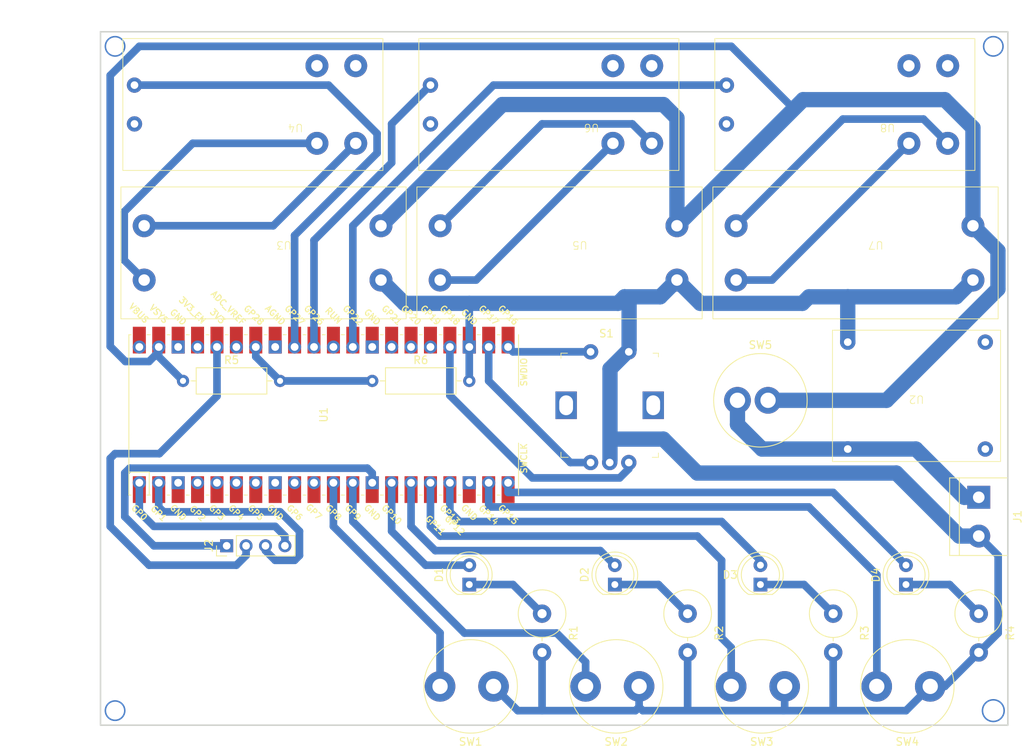
<source format=kicad_pcb>
(kicad_pcb (version 20221018) (generator pcbnew)
  (title_block (title "Drumkit") (date "2024-03-29") (rev "1.5") (comment 1 "https://git.xythobuz.de/thomas/drumkit") (comment 2 "Licensed under the CERN-OHL-S-2.0+") (comment 4 "Copyright (c) 2024 Kauzerei, Thomas Buck"))
  (layers (0 "F.Cu" signal) (31 "B.Cu" signal) (34 "B.Paste" user) (35 "F.Paste" user) (36 "B.SilkS" user "B.Silkscreen") (37 "F.SilkS" user "F.Silkscreen") (38 "B.Mask" user) (39 "F.Mask" user) (44 "Edge.Cuts" user))
  (net 0 "")
  (net 1 "Net-(D1-K)")
  (net 2 "Net-(D2-K)")
  (net 3 "Net-(D3-K)")
  (net 4 "Net-(D4-K)")
  (net 5 "Net-(D4-A)")
  (net 6 "Net-(J1-Pin_1)")
  (net 7 "+BATT")
  (net 8 "GND")
  (net 10 "Net-(S1-CH_A)")
  (net 11 "Net-(S1-CH_B)")
  (net 12 "Net-(J2-Pin_4)")
  (net 13 "Net-(J2-Pin_3)")
  (net 14 "+3V3")
  (net 15 "Net-(U1-GPIO27_ADC1)")
  (net 25 "Net-(U1-GPIO26_ADC0)")
  (net 27 "Net-(U1-GPIO22)")
  (net 30 "Net-(U1-GPIO28_ADC2)")
  (net 36 "Net-(U3-Out+)")
  (net 40 "Net-(U5-Out-)")
  (net 41 "Net-(U5-Out+)")
  (net 45 "Net-(U7-Out-)")
  (net 46 "Net-(U7-Out+)")
  (net 51 "Net-(U1-GPIO16)")
  (net 54 "Net-(D1-A)")
  (net 55 "Net-(D2-A)")
  (net 56 "Net-(D3-A)")
  (net 57 "Net-(U1-GPIO8)")
  (net 58 "Net-(U1-GPIO12)")
  (net 59 "Net-(U1-GPIO14)")
  (net 61 "Net-(U1-GPIO9)")
  (net 62 "Net-(J2-Pin_1)")
  (net 63 "Net-(U3-Out-)")
  (footprint "MCU_RaspberryPi_and_Boards:RPi_Pico_SMD_TH" (layer "F.Cu") (at 119.3 100.695 90)
    (fp_text reference "U1" (at 0 0 90) (layer "F.SilkS"))
    (fp_text value "Pico")
    (fp_text user "GP22" (at 13.054 3.81 135) (layer "F.SilkS") (effects (font (size 0.8 0.8))))
    (fp_text user "GND" (at -12.8 6.35 135) (layer "F.SilkS") (effects (font (size 0.8 0.8))))
    (fp_text user "GP15" (at -13.054 24.13 135) (layer "F.SilkS") (effects (font (size 0.8 0.8))))
    (fp_text user "GP9" (at -12.8 3.81 135) (layer "F.SilkS") (effects (font (size 0.8 0.8))))
    (fp_text user "GP28" (at 13.054 -9.144 135) (layer "F.SilkS") (effects (font (size 0.8 0.8))))
    (fp_text user "3V3_EN" (at 13.7 -17.2 135) (layer "F.SilkS") (effects (font (size 0.8 0.8))))
    (fp_text user "VSYS" (at 13.2 -21.59 135) (layer "F.SilkS") (effects (font (size 0.8 0.8))))
    (fp_text user "GND" (at 12.8 -19.05 135) (layer "F.SilkS") (effects (font (size 0.8 0.8))))
    (fp_text user "GP14" (at -13.1 21.59 135) (layer "F.SilkS") (effects (font (size 0.8 0.8))))
    (fp_text user "GP16" (at 13.054 24.13 135) (layer "F.SilkS") (effects (font (size 0.8 0.8))))
    (fp_text user "GND" (at -12.8 19.05 135) (layer "F.SilkS") (effects (font (size 0.8 0.8))))
    (fp_text user "AGND" (at 13.054 -6.35 135) (layer "F.SilkS") (effects (font (size 0.8 0.8))))
    (fp_text user "GP7" (at -12.7 -1.3 135) (layer "F.SilkS") (effects (font (size 0.8 0.8))))
    (fp_text user "GP0" (at -12.8 -24.13 135) (layer "F.SilkS") (effects (font (size 0.8 0.8))))
    (fp_text user "SWCLK" (at -5.7 26.2 90) (layer "F.SilkS") (effects (font (size 0.8 0.8))))
    (fp_text user "GP21" (at 13.054 8.9 135) (layer "F.SilkS") (effects (font (size 0.8 0.8))))
    (fp_text user "SWDIO" (at 5.6 26.2 90) (layer "F.SilkS") (effects (font (size 0.8 0.8))))
    (fp_text user "GND" (at -12.8 -6.35 135) (layer "F.SilkS") (effects (font (size 0.8 0.8))))
    (fp_text user "GP6" (at -12.8 -3.81 135) (layer "F.SilkS") (effects (font (size 0.8 0.8))))
    (fp_text user "GP17" (at 13.054 21.59 135) (layer "F.SilkS") (effects (font (size 0.8 0.8))))
    (fp_text user "GP18" (at 13.054 16.51 135) (layer "F.SilkS") (effects (font (size 0.8 0.8))))
    (fp_text user "GP12" (at -14.47 17.145 135) (layer "F.SilkS") (effects (font (size 0.8 0.8))))
    (fp_text user "GP20" (at 13.054 11.43 135) (layer "F.SilkS") (effects (font (size 0.8 0.8))))
    (fp_text user "GP11" (at -14.47 14.605 135) (layer "F.SilkS") (effects (font (size 0.8 0.8))))
    (fp_text user "GP10" (at -13.054 8.89 135) (layer "F.SilkS") (effects (font (size 0.8 0.8))))
    (fp_text user "ADC_VREF" (at 14 -12.5 135) (layer "F.SilkS") (effects (font (size 0.8 0.8))))
    (fp_text user "GP4" (at -12.8 -11.43 135) (layer "F.SilkS") (effects (font (size 0.8 0.8))))
    (fp_text user "GP13" (at -13.054 16.51 135) (layer "F.SilkS") (effects (font (size 0.8 0.8))))
    (fp_text user "GP19" (at 13.054 13.97 135) (layer "F.SilkS") (effects (font (size 0.8 0.8))))
    (fp_text user "GP5" (at -12.8 -8.89 135) (layer "F.SilkS") (effects (font (size 0.8 0.8))))
    (fp_text user "GP2" (at -12.9 -16.51 135) (layer "F.SilkS") (effects (font (size 0.8 0.8))))
    (fp_text user "GP3" (at -12.8 -13.97 135) (layer "F.SilkS") (effects (font (size 0.8 0.8))))
    (fp_text user "GP27" (at 13.054 -3.8 135) (layer "F.SilkS") (effects (font (size 0.8 0.8))))
    (fp_text user "GND" (at 12.8 6.35 135) (layer "F.SilkS") (effects (font (size 0.8 0.8))))
    (fp_text user "VBUS" (at 13.3 -24.2 135) (layer "F.SilkS") (effects (font (size 0.8 0.8))))
    (fp_text user "GND" (at 12.8 19.05 135) (layer "F.SilkS") (effects (font (size 0.8 0.8))))
    (fp_text user "GP26" (at 13.054 -1.27 135) (layer "F.SilkS") (effects (font (size 0.8 0.8))))
    (fp_text user "GND" (at -12.8 -19.05 135) (layer "F.SilkS") (effects (font (size 0.8 0.8))))
    (fp_text user "RUN" (at 13 1.27 135) (layer "F.SilkS") (effects (font (size 0.8 0.8))))
    (fp_text user "GP1" (at -12.9 -21.6 135) (layer "F.SilkS") (effects (font (size 0.8 0.8))))
    (fp_text user "GP8" (at -12.8 1.27 135) (layer "F.SilkS") (effects (font (size 0.8 0.8))))
    (fp_text user "3V3" (at 12.9 -13.9 135) (layer "F.SilkS") (effects (font (size 0.8 0.8))))
    (pad "" np_thru_hole oval (at -2.725 -24 90) (size 1.8 1.8) (drill 1.8) (layers "*.Cu" "*.Mask"))
    (pad "" np_thru_hole oval (at -2.425 -20.97 90) (size 1.5 1.5) (drill 1.5) (layers "*.Cu" "*.Mask"))
    (pad "" np_thru_hole oval (at 2.425 -20.97 90) (size 1.5 1.5) (drill 1.5) (layers "*.Cu" "*.Mask"))
    (pad "" np_thru_hole oval (at 2.725 -24 90) (size 1.8 1.8) (drill 1.8) (layers "*.Cu" "*.Mask"))
    (pad "1" thru_hole oval (at -8.89 -24.13 90) (size 1.7 1.7) (drill 1.02) (layers "*.Cu" "*.Mask") (net 12 "Net-(J2-Pin_4)"))
    (pad "1" smd rect (at -8.89 -24.13 90) (size 3.5 1.7) (drill (offset -0.9 0)) (layers "F.Cu" "F.Mask") (net 12 "Net-(J2-Pin_4)"))
    (pad "2" thru_hole oval (at -8.89 -21.59 90) (size 1.7 1.7) (drill 1.02) (layers "*.Cu" "*.Mask") (net 13 "Net-(J2-Pin_3)"))
    (pad "2" smd rect (at -8.89 -21.59 90) (size 3.5 1.7) (drill (offset -0.9 0)) (layers "F.Cu" "F.Mask") (net 13 "Net-(J2-Pin_3)"))
    (pad "3" thru_hole rect (at -8.89 -19.05 90) (size 1.7 1.7) (drill 1.02) (layers "*.Cu" "*.Mask"))
    (pad "3" smd rect (at -8.89 -19.05 90) (size 3.5 1.7) (drill (offset -0.9 0)) (layers "F.Cu" "F.Mask"))
    (pad "4" thru_hole oval (at -8.89 -16.51 90) (size 1.7 1.7) (drill 1.02) (layers "*.Cu" "*.Mask"))
    (pad "4" smd rect (at -8.89 -16.51 90) (size 3.5 1.7) (drill (offset -0.9 0)) (layers "F.Cu" "F.Mask"))
    (pad "5" thru_hole oval (at -8.89 -13.97 90) (size 1.7 1.7) (drill 1.02) (layers "*.Cu" "*.Mask"))
    (pad "5" smd rect (at -8.89 -13.97 90) (size 3.5 1.7) (drill (offset -0.9 0)) (layers "F.Cu" "F.Mask"))
    (pad "6" thru_hole oval (at -8.89 -11.43 90) (size 1.7 1.7) (drill 1.02) (layers "*.Cu" "*.Mask"))
    (pad "6" smd rect (at -8.89 -11.43 90) (size 3.5 1.7) (drill (offset -0.9 0)) (layers "F.Cu" "F.Mask"))
    (pad "7" thru_hole oval (at -8.89 -8.89 90) (size 1.7 1.7) (drill 1.02) (layers "*.Cu" "*.Mask"))
    (pad "7" smd rect (at -8.89 -8.89 90) (size 3.5 1.7) (drill (offset -0.9 0)) (layers "F.Cu" "F.Mask"))
    (pad "8" thru_hole rect (at -8.89 -6.35 90) (size 1.7 1.7) (drill 1.02) (layers "*.Cu" "*.Mask"))
    (pad "8" smd rect (at -8.89 -6.35 90) (size 3.5 1.7) (drill (offset -0.9 0)) (layers "F.Cu" "F.Mask"))
    (pad "9" thru_hole oval (at -8.89 -3.81 90) (size 1.7 1.7) (drill 1.02) (layers "*.Cu" "*.Mask"))
    (pad "9" smd rect (at -8.89 -3.81 90) (size 3.5 1.7) (drill (offset -0.9 0)) (layers "F.Cu" "F.Mask"))
    (pad "10" thru_hole oval (at -8.89 -1.27 90) (size 1.7 1.7) (drill 1.02) (layers "*.Cu" "*.Mask"))
    (pad "10" smd rect (at -8.89 -1.27 90) (size 3.5 1.7) (drill (offset -0.9 0)) (layers "F.Cu" "F.Mask"))
    (pad "11" thru_hole oval (at -8.89 1.27 90) (size 1.7 1.7) (drill 1.02) (layers "*.Cu" "*.Mask") (net 57 "Net-(U1-GPIO8)"))
    (pad "11" smd rect (at -8.89 1.27 90) (size 3.5 1.7) (drill (offset -0.9 0)) (layers "F.Cu" "F.Mask") (net 57 "Net-(U1-GPIO8)"))
    (pad "12" thru_hole oval (at -8.89 3.81 90) (size 1.7 1.7) (drill 1.02) (layers "*.Cu" "*.Mask") (net 61 "Net-(U1-GPIO9)"))
    (pad "12" smd rect (at -8.89 3.81 90) (size 3.5 1.7) (drill (offset -0.9 0)) (layers "F.Cu" "F.Mask") (net 61 "Net-(U1-GPIO9)"))
    (pad "13" thru_hole rect (at -8.89 6.35 90) (size 1.7 1.7) (drill 1.02) (layers "*.Cu" "*.Mask") (net 62 "Net-(J2-Pin_1)"))
    (pad "13" smd rect (at -8.89 6.35 90) (size 3.5 1.7) (drill (offset -0.9 0)) (layers "F.Cu" "F.Mask") (net 62 "Net-(J2-Pin_1)"))
    (pad "14" thru_hole oval (at -8.89 8.89 90) (size 1.7 1.7) (drill 1.02) (layers "*.Cu" "*.Mask") (net 54 "Net-(D1-A)"))
    (pad "14" smd rect (at -8.89 8.89 90) (size 3.5 1.7) (drill (offset -0.9 0)) (layers "F.Cu" "F.Mask") (net 54 "Net-(D1-A)"))
    (pad "15" thru_hole oval (at -8.89 11.43 90) (size 1.7 1.7) (drill 1.02) (layers "*.Cu" "*.Mask") (net 55 "Net-(D2-A)"))
    (pad "15" smd rect (at -8.89 11.43 90) (size 3.5 1.7) (drill (offset -0.9 0)) (layers "F.Cu" "F.Mask") (net 55 "Net-(D2-A)"))
    (pad "16" thru_hole oval (at -8.89 13.97 90) (size 1.7 1.7) (drill 1.02) (layers "*.Cu" "*.Mask") (net 58 "Net-(U1-GPIO12)"))
    (pad "16" smd rect (at -8.89 13.97 90) (size 3.5 1.7) (drill (offset -0.9 0)) (layers "F.Cu" "F.Mask") (net 58 "Net-(U1-GPIO12)"))
    (pad "17" thru_hole oval (at -8.89 16.51 90) (size 1.7 1.7) (drill 1.02) (layers "*.Cu" "*.Mask") (net 56 "Net-(D3-A)"))
    (pad "17" smd rect (at -8.89 16.51 90) (size 3.5 1.7) (drill (offset -0.9 0)) (layers "F.Cu" "F.Mask") (net 56 "Net-(D3-A)"))
    (pad "18" thru_hole rect (at -8.89 19.05 90) (size 1.7 1.7) (drill 1.02) (layers "*.Cu" "*.Mask"))
    (pad "18" smd rect (at -8.89 19.05 90) (size 3.5 1.7) (drill (offset -0.9 0)) (layers "F.Cu" "F.Mask"))
    (pad "19" thru_hole oval (at -8.89 21.59 90) (size 1.7 1.7) (drill 1.02) (layers "*.Cu" "*.Mask") (net 59 "Net-(U1-GPIO14)"))
    (pad "19" smd rect (at -8.89 21.59 90) (size 3.5 1.7) (drill (offset -0.9 0)) (layers "F.Cu" "F.Mask") (net 59 "Net-(U1-GPIO14)"))
    (pad "20" thru_hole oval (at -8.89 24.13 90) (size 1.7 1.7) (drill 1.02) (layers "*.Cu" "*.Mask") (net 5 "Net-(D4-A)"))
    (pad "20" smd rect (at -8.89 24.13 90) (size 3.5 1.7) (drill (offset -0.9 0)) (layers "F.Cu" "F.Mask") (net 5 "Net-(D4-A)"))
    (pad "21" thru_hole oval (at 8.89 24.13 90) (size 1.7 1.7) (drill 1.02) (layers "*.Cu" "*.Mask") (net 51 "Net-(U1-GPIO16)"))
    (pad "21" smd rect (at 8.89 24.13 90) (size 3.5 1.7) (drill (offset 0.9 0)) (layers "F.Cu" "F.Mask") (net 51 "Net-(U1-GPIO16)"))
    (pad "22" thru_hole oval (at 8.89 21.59 90) (size 1.7 1.7) (drill 1.02) (layers "*.Cu" "*.Mask") (net 10 "Net-(S1-CH_A)"))
    (pad "22" smd rect (at 8.89 21.59 90) (size 3.5 1.7) (drill (offset 0.9 0)) (layers "F.Cu" "F.Mask") (net 10 "Net-(S1-CH_A)"))
    (pad "23" thru_hole rect (at 8.89 19.05 90) (size 1.7 1.7) (drill 1.02) (layers "*.Cu" "*.Mask") (net 8 "GND"))
    (pad "23" smd rect (at 8.89 19.05 90) (size 3.5 1.7) (drill (offset 0.9 0)) (layers "F.Cu" "F.Mask") (net 8 "GND"))
    (pad "24" thru_hole oval (at 8.89 16.51 90) (size 1.7 1.7) (drill 1.02) (layers "*.Cu" "*.Mask") (net 11 "Net-(S1-CH_B)"))
    (pad "24" smd rect (at 8.89 16.51 90) (size 3.5 1.7) (drill (offset 0.9 0)) (layers "F.Cu" "F.Mask") (net 11 "Net-(S1-CH_B)"))
    (pad "25" thru_hole oval (at 8.89 13.97 90) (size 1.7 1.7) (drill 1.02) (layers "*.Cu" "*.Mask"))
    (pad "25" smd rect (at 8.89 13.97 90) (size 3.5 1.7) (drill (offset 0.9 0)) (layers "F.Cu" "F.Mask"))
    (pad "26" thru_hole oval (at 8.89 11.43 90) (size 1.7 1.7) (drill 1.02) (layers "*.Cu" "*.Mask"))
    (pad "26" smd rect (at 8.89 11.43 90) (size 3.5 1.7) (drill (offset 0.9 0)) (layers "F.Cu" "F.Mask"))
    (pad "27" thru_hole oval (at 8.89 8.89 90) (size 1.7 1.7) (drill 1.02) (layers "*.Cu" "*.Mask"))
    (pad "27" smd rect (at 8.89 8.89 90) (size 3.5 1.7) (drill (offset 0.9 0)) (layers "F.Cu" "F.Mask"))
    (pad "28" thru_hole rect (at 8.89 6.35 90) (size 1.7 1.7) (drill 1.02) (layers "*.Cu" "*.Mask"))
    (pad "28" smd rect (at 8.89 6.35 90) (size 3.5 1.7) (drill (offset 0.9 0)) (layers "F.Cu" "F.Mask"))
    (pad "29" thru_hole oval (at 8.89 3.81 90) (size 1.7 1.7) (drill 1.02) (layers "*.Cu" "*.Mask") (net 27 "Net-(U1-GPIO22)"))
    (pad "29" smd rect (at 8.89 3.81 90) (size 3.5 1.7) (drill (offset 0.9 0)) (layers "F.Cu" "F.Mask") (net 27 "Net-(U1-GPIO22)"))
    (pad "30" thru_hole oval (at 8.89 1.27 90) (size 1.7 1.7) (drill 1.02) (layers "*.Cu" "*.Mask"))
    (pad "30" smd rect (at 8.89 1.27 90) (size 3.5 1.7) (drill (offset 0.9 0)) (layers "F.Cu" "F.Mask"))
    (pad "31" thru_hole oval (at 8.89 -1.27 90) (size 1.7 1.7) (drill 1.02) (layers "*.Cu" "*.Mask") (net 25 "Net-(U1-GPIO26_ADC0)"))
    (pad "31" smd rect (at 8.89 -1.27 90) (size 3.5 1.7) (drill (offset 0.9 0)) (layers "F.Cu" "F.Mask") (net 25 "Net-(U1-GPIO26_ADC0)"))
    (pad "32" thru_hole oval (at 8.89 -3.81 90) (size 1.7 1.7) (drill 1.02) (layers "*.Cu" "*.Mask") (net 15 "Net-(U1-GPIO27_ADC1)"))
    (pad "32" smd rect (at 8.89 -3.81 90) (size 3.5 1.7) (drill (offset 0.9 0)) (layers "F.Cu" "F.Mask") (net 15 "Net-(U1-GPIO27_ADC1)"))
    (pad "33" thru_hole rect (at 8.89 -6.35 90) (size 1.7 1.7) (drill 1.02) (layers "*.Cu" "*.Mask"))
    (pad "33" smd rect (at 8.89 -6.35 90) (size 3.5 1.7) (drill (offset 0.9 0)) (layers "F.Cu" "F.Mask"))
    (pad "34" thru_hole oval (at 8.89 -8.89 90) (size 1.7 1.7) (drill 1.02) (layers "*.Cu" "*.Mask") (net 30 "Net-(U1-GPIO28_ADC2)"))
    (pad "34" smd rect (at 8.89 -8.89 90) (size 3.5 1.7) (drill (offset 0.9 0)) (layers "F.Cu" "F.Mask") (net 30 "Net-(U1-GPIO28_ADC2)"))
    (pad "35" thru_hole oval (at 8.89 -11.43 90) (size 1.7 1.7) (drill 1.02) (layers "*.Cu" "*.Mask"))
    (pad "35" smd rect (at 8.89 -11.43 90) (size 3.5 1.7) (drill (offset 0.9 0)) (layers "F.Cu" "F.Mask"))
    (pad "36" thru_hole oval (at 8.89 -13.97 90) (size 1.7 1.7) (drill 1.02) (layers "*.Cu" "*.Mask") (net 14 "+3V3"))
    (pad "36" smd rect (at 8.89 -13.97 90) (size 3.5 1.7) (drill (offset 0.9 0)) (layers "F.Cu" "F.Mask") (net 14 "+3V3"))
    (pad "37" thru_hole oval (at 8.89 -16.51 90) (size 1.7 1.7) (drill 1.02) (layers "*.Cu" "*.Mask"))
    (pad "37" smd rect (at 8.89 -16.51 90) (size 3.5 1.7) (drill (offset 0.9 0)) (layers "F.Cu" "F.Mask"))
    (pad "38" thru_hole rect (at 8.89 -19.05 90) (size 1.7 1.7) (drill 1.02) (layers "*.Cu" "*.Mask"))
    (pad "38" smd rect (at 8.89 -19.05 90) (size 3.5 1.7) (drill (offset 0.9 0)) (layers "F.Cu" "F.Mask"))
    (pad "39" thru_hole oval (at 8.89 -21.59 90) (size 1.7 1.7) (drill 1.02) (layers "*.Cu" "*.Mask") (net 7 "+BATT"))
    (pad "39" smd rect (at 8.89 -21.59 90) (size 3.5 1.7) (drill (offset 0.9 0)) (layers "F.Cu" "F.Mask") (net 7 "+BATT"))
    (pad "40" thru_hole oval (at 8.89 -24.13 90) (size 1.7 1.7) (drill 1.02) (layers "*.Cu" "*.Mask"))
    (pad "40" smd rect (at 8.89 -24.13 90) (size 3.5 1.7) (drill (offset 0.9 0)) (layers "F.Cu" "F.Mask"))
  )
  (footprint "LED_THT:LED_D5.0mm" (layer "F.Cu") (at 176.45 122.92 90)
    (fp_text reference "D3" (at 1.27 -3.96 180) (layer "F.SilkS"))
    (fp_text value "LED3")
    (pad "1" thru_hole rect (at 0 0 90) (size 1.8 1.8) (drill 0.9) (layers "*.Cu" "*.Mask") (net 3 "Net-(D3-K)"))
    (pad "2" thru_hole circle (at 2.54 0 90) (size 1.8 1.8) (drill 0.9) (layers "*.Cu" "*.Mask") (net 56 "Net-(D3-A)"))
  )
  (footprint "Inductor_THT:L_Radial_D12.0mm_P6.00mm_MuRATA_1900R" (layer "F.Cu") (at 160.575 136.255 180)
    (fp_text reference "SW2" (at 3 -7.25) (layer "F.SilkS"))
    (fp_text value "BUTTON2")
    (pad "1" thru_hole circle (at 0 0 180) (size 4 4) (drill 2) (layers "*.Cu" "*.Mask") (net 8 "GND"))
    (pad "2" thru_hole circle (at 7 0 180) (size 4 4) (drill 2) (layers "*.Cu" "*.Mask") (net 61 "Net-(U1-GPIO9)"))
  )
  (footprint "Resistor_THT:R_Axial_DIN0617_L17.0mm_D6.0mm_P5.08mm_Vertical" (layer "F.Cu") (at 205.025 126.73 -90)
    (fp_text reference "R4" (at 2.54 -4.12 90) (layer "F.SilkS"))
    (fp_text value "R")
    (pad "1" thru_hole circle (at 0 0 270) (size 2.4 2.4) (drill 1.2) (layers "*.Cu" "*.Mask") (net 4 "Net-(D4-K)"))
    (pad "2" thru_hole oval (at 5.08 0 270) (size 2.4 2.4) (drill 1.2) (layers "*.Cu" "*.Mask") (net 8 "GND"))
  )
  (footprint "Connector_PinHeader_2.54mm:PinHeader_1x04_P2.54mm_Vertical" (layer "F.Cu") (at 106.6 117.84 90)
    (fp_text reference "J2" (at 0 -2.33 90) (layer "F.SilkS"))
    (fp_text value "Conn_01x04_Female")
    (pad "1" thru_hole rect (at 0 0 90) (size 1.7 1.7) (drill 1) (layers "*.Cu" "*.Mask") (net 62 "Net-(J2-Pin_1)"))
    (pad "2" thru_hole oval (at 0 2.54 90) (size 1.7 1.7) (drill 1) (layers "*.Cu" "*.Mask") (net 14 "+3V3"))
    (pad "3" thru_hole oval (at 0 5.08 90) (size 1.7 1.7) (drill 1) (layers "*.Cu" "*.Mask") (net 13 "Net-(J2-Pin_3)"))
    (pad "4" thru_hole oval (at 0 7.62 90) (size 1.7 1.7) (drill 1) (layers "*.Cu" "*.Mask") (net 12 "Net-(J2-Pin_4)"))
  )
  (footprint "Resistor_THT:R_Axial_DIN0617_L17.0mm_D6.0mm_P5.08mm_Vertical" (layer "F.Cu") (at 147.875 126.73 -90)
    (fp_text reference "R1" (at 2.54 -4.12 90) (layer "F.SilkS"))
    (fp_text value "R")
    (pad "1" thru_hole circle (at 0 0 270) (size 2.4 2.4) (drill 1.2) (layers "*.Cu" "*.Mask") (net 1 "Net-(D1-K)"))
    (pad "2" thru_hole oval (at 5.08 0 270) (size 2.4 2.4) (drill 1.2) (layers "*.Cu" "*.Mask") (net 8 "GND"))
  )
  (footprint "chinese_modules:charger" (layer "F.Cu") (at 196.88 98.17 180)
    (fp_text reference "U2" (at 0 -0.5 180 unlocked) (layer "F.SilkS") (effects (font (thickness 0.1))))
    (fp_text value "~")
    (pad "1" thru_hole circle (at -9 -7 180) (size 2 2) (drill 1) (layers "*.Cu" "*.Mask"))
    (pad "2" thru_hole circle (at -9 7 180) (size 2 2) (drill 1) (layers "*.Cu" "*.Mask"))
    (pad "3" thru_hole circle (at 9 -7 180) (size 2 2) (drill 1) (layers "*.Cu" "*.Mask") (net 6 "Net-(J1-Pin_1)"))
    (pad "4" thru_hole circle (at 9 7 180) (size 2 2) (drill 1) (layers "*.Cu" "*.Mask") (net 8 "GND"))
  )
  (footprint "digikey-footprints:Rotary_Encoder_Switched_PEC11R" (layer "F.Cu") (at 151.025 99.44)
    (fp_text reference "S1" (at 5.275 -9.4) (layer "F.SilkS"))
    (fp_text value "ENCODER")
    (pad "1" thru_hole circle (at 3.2 -7) (size 2 2) (drill 1) (layers "*.Cu" "*.Mask") (net 51 "Net-(U1-GPIO16)"))
    (pad "2" thru_hole circle (at 8.2 -7) (size 2 2) (drill 1) (layers "*.Cu" "*.Mask") (net 8 "GND"))
    (pad "3" thru_hole rect (at 0 0) (size 2.8 3.6) (drill oval 1.8 2.6) (layers "*.Cu" "*.Mask"))
    (pad "3" thru_hole rect (at 11.4 0) (size 2.8 3.6) (drill oval 1.8 2.6) (layers "*.Cu" "*.Mask"))
    (pad "A" thru_hole circle (at 3.2 7.5) (size 2 2) (drill 1) (layers "*.Cu" "*.Mask") (net 10 "Net-(S1-CH_A)"))
    (pad "B" thru_hole circle (at 8.2 7.5) (size 2 2) (drill 1) (layers "*.Cu" "*.Mask") (net 11 "Net-(S1-CH_B)"))
    (pad "C" thru_hole circle (at 5.7 7.5) (size 2 2) (drill 1) (layers "*.Cu" "*.Mask") (net 8 "GND"))
  )
  (footprint "chinese_modules:dc-dc module" (layer "F.Cu") (at 191.563 77.962 180)
    (fp_text reference "U7" (at 0 -0.5 180 unlocked) (layer "F.SilkS") (effects (font (thickness 0.1))))
    (fp_text value "~")
    (pad "1" thru_hole circle (at -12.7 -5.08 180) (size 3 3) (drill 1.5) (layers "*.Cu" "*.Mask") (net 8 "GND"))
    (pad "2" thru_hole circle (at -12.7 2.032 180) (size 3 3) (drill 1.5) (layers "*.Cu" "*.Mask") (net 7 "+BATT"))
    (pad "3" thru_hole circle (at 18.288 -5.08 180) (size 3 3) (drill 1.5) (layers "*.Cu" "*.Mask") (net 45 "Net-(U7-Out-)"))
    (pad "4" thru_hole circle (at 18.288 2.032 180) (size 3 3) (drill 1.5) (layers "*.Cu" "*.Mask") (net 46 "Net-(U7-Out+)"))
  )
  (footprint "Inductor_THT:L_Radial_D12.0mm_P6.00mm_MuRATA_1900R" (layer "F.Cu") (at 173.45 98.79)
    (fp_text reference "SW5" (at 3 -7.25) (layer "F.SilkS"))
    (fp_text value "POWER_SW")
    (pad "1" thru_hole circle (at 0 0) (size 3.5 3.5) (drill 2) (layers "*.Cu" "*.Mask") (net 6 "Net-(J1-Pin_1)"))
    (pad "2" thru_hole circle (at 4 0) (size 3.5 3.5) (drill 2) (layers "*.Cu" "*.Mask") (net 7 "+BATT"))
  )
  (footprint "chinese_modules:xy-mos" (layer "F.Cu") (at 204.517 51.419 180)
    (fp_text reference "U8" (at 11.43 -11.676 180 unlocked) (layer "F.SilkS") (effects (font (thickness 0.1))))
    (fp_text value "~")
    (pad "1" thru_hole circle (at 3.556 -13.716 180) (size 3 3) (drill 1.5) (layers "*.Cu" "*.Mask") (net 46 "Net-(U7-Out+)"))
    (pad "2" thru_hole circle (at 8.636 -13.716 180) (size 3 3) (drill 1.5) (layers "*.Cu" "*.Mask") (net 45 "Net-(U7-Out-)"))
    (pad "3" thru_hole circle (at 3.556 -3.556 180) (size 3 3) (drill 1.5) (layers "*.Cu" "*.Mask"))
    (pad "4" thru_hole circle (at 8.636 -3.556 180) (size 3 3) (drill 1.5) (layers "*.Cu" "*.Mask"))
    (pad "5" thru_hole circle (at 32.512 -11.176 180) (size 2 2) (drill 1) (layers "*.Cu" "*.Mask"))
    (pad "6" thru_hole circle (at 32.512 -6.096 180) (size 2 2) (drill 1) (layers "*.Cu" "*.Mask") (net 27 "Net-(U1-GPIO22)"))
  )
  (footprint "TerminalBlock:TerminalBlock_bornier-2_P5.08mm" (layer "F.Cu") (at 205.025 111.49 -90)
    (fp_text reference "J1" (at 2.54 -5.08 90) (layer "F.SilkS"))
    (fp_text value "BATTERY")
    (pad "1" thru_hole rect (at 0 0 270) (size 3 3) (drill 1.52) (layers "*.Cu" "*.Mask") (net 6 "Net-(J1-Pin_1)"))
    (pad "2" thru_hole circle (at 5.08 0 270) (size 3 3) (drill 1.52) (layers "*.Cu" "*.Mask") (net 8 "GND"))
  )
  (footprint "chinese_modules:xy-mos" (layer "F.Cu") (at 165.782 51.419 180)
    (fp_text reference "U6" (at 11.43 -11.676 180 unlocked) (layer "F.SilkS") (effects (font (thickness 0.1))))
    (fp_text value "~")
    (pad "1" thru_hole circle (at 3.556 -13.716 180) (size 3 3) (drill 1.5) (layers "*.Cu" "*.Mask") (net 41 "Net-(U5-Out+)"))
    (pad "2" thru_hole circle (at 8.636 -13.716 180) (size 3 3) (drill 1.5) (layers "*.Cu" "*.Mask") (net 40 "Net-(U5-Out-)"))
    (pad "3" thru_hole circle (at 3.556 -3.556 180) (size 3 3) (drill 1.5) (layers "*.Cu" "*.Mask"))
    (pad "4" thru_hole circle (at 8.636 -3.556 180) (size 3 3) (drill 1.5) (layers "*.Cu" "*.Mask"))
    (pad "5" thru_hole circle (at 32.512 -11.176 180) (size 2 2) (drill 1) (layers "*.Cu" "*.Mask"))
    (pad "6" thru_hole circle (at 32.512 -6.096 180) (size 2 2) (drill 1) (layers "*.Cu" "*.Mask") (net 25 "Net-(U1-GPIO26_ADC0)"))
  )
  (footprint "Inductor_THT:L_Radial_D12.0mm_P6.00mm_MuRATA_1900R" (layer "F.Cu") (at 141.525 136.255 180)
    (fp_text reference "SW1" (at 3 -7.25) (layer "F.SilkS"))
    (fp_text value "BUTTON1")
    (pad "1" thru_hole circle (at 0 0 180) (size 4 4) (drill 2) (layers "*.Cu" "*.Mask") (net 8 "GND"))
    (pad "2" thru_hole circle (at 7 0 180) (size 4 4) (drill 2) (layers "*.Cu" "*.Mask") (net 57 "Net-(U1-GPIO8)"))
  )
  (footprint "LED_THT:LED_D5.0mm" (layer "F.Cu") (at 138.35 122.92 90)
    (fp_text reference "D1" (at 1.27 -3.96 90) (layer "F.SilkS"))
    (fp_text value "LED1")
    (pad "1" thru_hole rect (at 0 0 90) (size 1.8 1.8) (drill 0.9) (layers "*.Cu" "*.Mask") (net 1 "Net-(D1-K)"))
    (pad "2" thru_hole circle (at 2.54 0 90) (size 1.8 1.8) (drill 0.9) (layers "*.Cu" "*.Mask") (net 54 "Net-(D1-A)"))
  )
  (footprint "LED_THT:LED_D5.0mm" (layer "F.Cu") (at 195.5 122.92 90)
    (fp_text reference "D4" (at 1.27 -3.96 90) (layer "F.SilkS"))
    (fp_text value "LED4")
    (pad "1" thru_hole rect (at 0 0 90) (size 1.8 1.8) (drill 0.9) (layers "*.Cu" "*.Mask") (net 4 "Net-(D4-K)"))
    (pad "2" thru_hole circle (at 2.54 0 90) (size 1.8 1.8) (drill 0.9) (layers "*.Cu" "*.Mask") (net 5 "Net-(D4-A)"))
  )
  (footprint "Resistor_THT:R_Axial_DIN0617_L17.0mm_D6.0mm_P5.08mm_Vertical" (layer "F.Cu") (at 185.975 126.73 -90)
    (fp_text reference "R3" (at 2.54 -4.12 90) (layer "F.SilkS"))
    (fp_text value "R")
    (pad "1" thru_hole circle (at 0 0 270) (size 2.4 2.4) (drill 1.2) (layers "*.Cu" "*.Mask") (net 3 "Net-(D3-K)"))
    (pad "2" thru_hole oval (at 5.08 0 270) (size 2.4 2.4) (drill 1.2) (layers "*.Cu" "*.Mask") (net 8 "GND"))
  )
  (footprint "Resistor_THT:R_Axial_DIN0309_L9.0mm_D3.2mm_P12.70mm_Horizontal" (layer "F.Cu") (at 125.65 96.25)
    (fp_text reference "R6" (at 6.35 -2.72) (layer "F.SilkS"))
    (fp_text value "R")
    (pad "1" thru_hole circle (at 0 0) (size 1.6 1.6) (drill 0.8) (layers "*.Cu" "*.Mask") (net 30 "Net-(U1-GPIO28_ADC2)"))
    (pad "2" thru_hole oval (at 12.7 0) (size 1.6 1.6) (drill 0.8) (layers "*.Cu" "*.Mask") (net 8 "GND"))
  )
  (footprint "LED_THT:LED_D5.0mm" (layer "F.Cu") (at 157.4 122.92 90)
    (fp_text reference "D2" (at 1.27 -3.96 90) (layer "F.SilkS"))
    (fp_text value "LED2")
    (pad "1" thru_hole rect (at 0 0 90) (size 1.8 1.8) (drill 0.9) (layers "*.Cu" "*.Mask") (net 2 "Net-(D2-K)"))
    (pad "2" thru_hole circle (at 2.54 0 90) (size 1.8 1.8) (drill 0.9) (layers "*.Cu" "*.Mask") (net 55 "Net-(D2-A)"))
  )
  (footprint "Inductor_THT:L_Radial_D12.0mm_P6.00mm_MuRATA_1900R" (layer "F.Cu") (at 179.625 136.255 180)
    (fp_text reference "SW3" (at 3 -7.25) (layer "F.SilkS"))
    (fp_text value "BUTTON3")
    (pad "1" thru_hole circle (at 0 0 180) (size 4 4) (drill 2) (layers "*.Cu" "*.Mask") (net 8 "GND"))
    (pad "2" thru_hole circle (at 7 0 180) (size 4 4) (drill 2) (layers "*.Cu" "*.Mask") (net 58 "Net-(U1-GPIO12)"))
  )
  (footprint "Resistor_THT:R_Axial_DIN0617_L17.0mm_D6.0mm_P5.08mm_Vertical" (layer "F.Cu") (at 166.925 126.73 -90)
    (fp_text reference "R2" (at 2.54 -4.12 90) (layer "F.SilkS"))
    (fp_text value "R")
    (pad "1" thru_hole circle (at 0 0 270) (size 2.4 2.4) (drill 1.2) (layers "*.Cu" "*.Mask") (net 2 "Net-(D2-K)"))
    (pad "2" thru_hole oval (at 5.08 0 270) (size 2.4 2.4) (drill 1.2) (layers "*.Cu" "*.Mask") (net 8 "GND"))
  )
  (footprint "chinese_modules:dc-dc module" (layer "F.Cu") (at 152.828 77.962 180)
    (fp_text reference "U5" (at 0 -0.5 180 unlocked) (layer "F.SilkS") (effects (font (thickness 0.1))))
    (fp_text value "~")
    (pad "1" thru_hole circle (at -12.7 -5.08 180) (size 3 3) (drill 1.5) (layers "*.Cu" "*.Mask") (net 8 "GND"))
    (pad "2" thru_hole circle (at -12.7 2.032 180) (size 3 3) (drill 1.5) (layers "*.Cu" "*.Mask") (net 7 "+BATT"))
    (pad "3" thru_hole circle (at 18.288 -5.08 180) (size 3 3) (drill 1.5) (layers "*.Cu" "*.Mask") (net 40 "Net-(U5-Out-)"))
    (pad "4" thru_hole circle (at 18.288 2.032 180) (size 3 3) (drill 1.5) (layers "*.Cu" "*.Mask") (net 41 "Net-(U5-Out+)"))
  )
  (footprint "chinese_modules:xy-mos" (layer "F.Cu") (at 127.047 51.419 180)
    (fp_text reference "U4" (at 11.43 -11.676 180 unlocked) (layer "F.SilkS") (effects (font (thickness 0.1))))
    (fp_text value "~")
    (pad "1" thru_hole circle (at 3.556 -13.716 180) (size 3 3) (drill 1.5) (layers "*.Cu" "*.Mask") (net 36 "Net-(U3-Out+)"))
    (pad "2" thru_hole circle (at 8.636 -13.716 180) (size 3 3) (drill 1.5) (layers "*.Cu" "*.Mask") (net 63 "Net-(U3-Out-)"))
    (pad "3" thru_hole circle (at 3.556 -3.556 180) (size 3 3) (drill 1.5) (layers "*.Cu" "*.Mask"))
    (pad "4" thru_hole circle (at 8.636 -3.556 180) (size 3 3) (drill 1.5) (layers "*.Cu" "*.Mask"))
    (pad "5" thru_hole circle (at 32.512 -11.176 180) (size 2 2) (drill 1) (layers "*.Cu" "*.Mask"))
    (pad "6" thru_hole circle (at 32.512 -6.096 180) (size 2 2) (drill 1) (layers "*.Cu" "*.Mask") (net 15 "Net-(U1-GPIO27_ADC1)"))
  )
  (footprint "Inductor_THT:L_Radial_D12.0mm_P6.00mm_MuRATA_1900R" (layer "F.Cu") (at 198.675 136.255 180)
    (fp_text reference "SW4" (at 3 -7.25) (layer "F.SilkS"))
    (fp_text value "BUTTON4")
    (pad "1" thru_hole circle (at 0 0 180) (size 4 4) (drill 2) (layers "*.Cu" "*.Mask") (net 8 "GND"))
    (pad "2" thru_hole circle (at 7 0 180) (size 4 4) (drill 2) (layers "*.Cu" "*.Mask") (net 59 "Net-(U1-GPIO14)"))
  )
  (footprint "Resistor_THT:R_Axial_DIN0309_L9.0mm_D3.2mm_P12.70mm_Horizontal" (layer "F.Cu") (at 100.885 96.25)
    (fp_text reference "R5" (at 6.35 -2.72) (layer "F.SilkS"))
    (fp_text value "R")
    (pad "1" thru_hole circle (at 0 0) (size 1.6 1.6) (drill 0.8) (layers "*.Cu" "*.Mask") (net 7 "+BATT"))
    (pad "2" thru_hole oval (at 12.7 0) (size 1.6 1.6) (drill 0.8) (layers "*.Cu" "*.Mask") (net 30 "Net-(U1-GPIO28_ADC2)"))
  )
  (footprint "chinese_modules:dc-dc module" (layer "F.Cu") (at 114.093 77.962 180)
    (fp_text reference "U3" (at 0 -0.5 180 unlocked) (layer "F.SilkS") (effects (font (thickness 0.1))))
    (fp_text value "~")
    (pad "1" thru_hole circle (at -12.7 -5.08 180) (size 3 3) (drill 1.5) (layers "*.Cu" "*.Mask") (net 8 "GND"))
    (pad "2" thru_hole circle (at -12.7 2.032 180) (size 3 3) (drill 1.5) (layers "*.Cu" "*.Mask") (net 7 "+BATT"))
    (pad "3" thru_hole circle (at 18.288 -5.08 180) (size 3 3) (drill 1.5) (layers "*.Cu" "*.Mask") (net 63 "Net-(U3-Out-)"))
    (pad "4" thru_hole circle (at 18.288 2.032 180) (size 3 3) (drill 1.5) (layers "*.Cu" "*.Mask") (net 36 "Net-(U3-Out+)"))
  )
  (gr_circle (center 91.995 139.43) (end 93.265 139.43) (stroke (width 0.2)) (fill none) (layer "B.Cu"))
  (gr_circle (center 206.93 52.435) (end 208.2 52.435) (stroke (width 0.2)) (fill none) (layer "B.Cu"))
  (gr_circle (center 206.93 139.43) (end 208.2 138.795) (stroke (width 0.2)) (fill none) (layer "B.Cu"))
  (gr_circle (center 91.995 52.435) (end 93.265 52.435) (stroke (width 0.2)) (fill none) (layer "B.Cu"))
  (gr_rect (start 90.09 50.53) (end 208.835 141.335) (stroke (width 0.2)) (fill none) (layer "Edge.Cuts"))
  (segment (start 144.065 122.92) (end 147.875 126.73) (width 1) (layer "B.Cu") (net 1))
  (segment (start 138.35 122.92) (end 144.065 122.92) (width 1) (layer "B.Cu") (net 1))
  (segment (start 163.115 122.92) (end 166.925 126.73) (width 1) (layer "B.Cu") (net 2))
  (segment (start 157.4 122.92) (end 163.115 122.92) (width 1) (layer "B.Cu") (net 2))
  (segment (start 182.165 122.92) (end 185.975 126.73) (width 1) (layer "B.Cu") (net 3))
  (segment (start 176.45 122.92) (end 182.165 122.92) (width 1) (layer "B.Cu") (net 3))
  (segment (start 195.5 122.92) (end 201.215 122.92) (width 1) (layer "B.Cu") (net 4))
  (segment (start 201.215 122.92) (end 205.025 126.73) (width 1) (layer "B.Cu") (net 4))
  (segment (start 143.43 110.855) (end 143.43 109.585) (width 1) (layer "B.Cu") (net 5))
  (segment (start 195.5 120.38) (end 185.975 110.855) (width 1) (layer "B.Cu") (net 5))
  (segment (start 185.975 110.855) (end 143.43 110.855) (width 1) (layer "B.Cu") (net 5))
  (segment (start 173.45 98.79) (end 173.45 101.965) (width 2) (layer "B.Cu") (net 6))
  (segment (start 187.88 105.17) (end 196.8 105.17) (width 2) (layer "B.Cu") (net 6))
  (segment (start 176.655 105.17) (end 173.45 101.965) (width 2) (layer "B.Cu") (net 6))
  (segment (start 196.8 105.17) (end 203.12 111.49) (width 2) (layer "B.Cu") (net 6))
  (segment (start 187.88 105.17) (end 176.655 105.17) (width 2) (layer "B.Cu") (net 6))
  (segment (start 203.12 111.49) (end 205.025 111.49) (width 2) (layer "B.Cu") (net 6))
  (segment (start 204.263 63.103) (end 204.263 75.93) (width 2) (layer "B.Cu") (net 7))
  (segment (start 91.36 56.245) (end 95.17 52.435) (width 1) (layer "B.Cu") (net 7))
  (segment (start 91.36 91.720688) (end 91.36 56.245) (width 1) (layer "B.Cu") (net 7))
  (segment (start 126.793 75.93) (end 142.668 60.055) (width 2) (layer "B.Cu") (net 7))
  (segment (start 93.349312 93.71) (end 91.36 91.720688) (width 1) (layer "B.Cu") (net 7))
  (segment (start 165.528 61.833) (end 165.528 75.93) (width 2) (layer "B.Cu") (net 7))
  (segment (start 97.71 91.805) (end 97.71 92.44) (width 1) (layer "B.Cu") (net 7))
  (segment (start 182.038 59.42) (end 200.58 59.42) (width 2) (layer "B.Cu") (net 7))
  (segment (start 200.58 59.42) (end 204.263 63.103) (width 2) (layer "B.Cu") (net 7))
  (segment (start 163.75 60.055) (end 165.528 61.833) (width 2) (layer "B.Cu") (net 7))
  (segment (start 97.71 91.805) (end 97.71 93.075) (width 1) (layer "B.Cu") (net 7))
  (segment (start 204.263 75.93) (end 207.535 79.202) (width 2) (layer "B.Cu") (net 7))
  (segment (start 96.44 93.71) (end 93.349312 93.71) (width 1) (layer "B.Cu") (net 7))
  (segment (start 192.96 98.79) (end 177.45 98.79) (width 2) (layer "B.Cu") (net 7))
  (segment (start 95.17 52.435) (end 172.64 52.435) (width 1) (layer "B.Cu") (net 7))
  (segment (start 142.668 60.055) (end 163.75 60.055) (width 2) (layer "B.Cu") (net 7))
  (segment (start 207.535 84.215) (end 192.96 98.79) (width 2) (layer "B.Cu") (net 7))
  (segment (start 97.71 93.075) (end 100.885 96.25) (width 1) (layer "B.Cu") (net 7))
  (segment (start 172.64 52.435) (end 180.895 60.69) (width 1) (layer "B.Cu") (net 7))
  (segment (start 165.528 75.93) (end 182.038 59.42) (width 2) (layer "B.Cu") (net 7))
  (segment (start 207.535 79.202) (end 207.535 84.215) (width 2) (layer "B.Cu") (net 7))
  (segment (start 97.71 92.44) (end 96.44 93.71) (width 1) (layer "B.Cu") (net 7))
  (segment (start 168.195 108.315) (end 194.23 108.315) (width 2) (layer "B.Cu") (net 8))
  (segment (start 159.265 92.175) (end 156.765 94.675) (width 2) (layer "B.Cu") (net 8))
  (segment (start 138.35 96.25) (end 138.35 91.805) (width 1) (layer "B.Cu") (net 8))
  (segment (start 207.565 119.11) (end 207.565 129.27) (width 1) (layer "B.Cu") (net 8))
  (segment (start 200.58 136.255) (end 205.025 131.81) (width 1) (layer "B.Cu") (net 8))
  (segment (start 159.265 92.175) (end 159.265 85.831877) (width 2) (layer "B.Cu") (net 8))
  (segment (start 179.625 136.255) (end 179.625 139.27) (width 1) (layer "B.Cu") (net 8))
  (segment (start 147.875 139.43) (end 147.875 131.81) (width 1) (layer "B.Cu") (net 8))
  (segment (start 181.946877 86.09) (end 182.8 85.236877) (width 2) (layer "B.Cu") (net 8))
  (segment (start 160.575 138.955) (end 161.05 139.43) (width 1) (layer "B.Cu") (net 8))
  (segment (start 165.528 83.042) (end 168.576 86.09) (width 2) (layer "B.Cu") (net 8))
  (segment (start 157.816877 86.09) (end 158.67 85.236877) (width 2) (layer "B.Cu") (net 8))
  (segment (start 161.05 139.43) (end 179.465 139.43) (width 1) (layer "B.Cu") (net 8))
  (segment (start 158.67 85.236877) (end 163.333123 85.236877) (width 2) (layer "B.Cu") (net 8))
  (segment (start 163.75 103.87) (end 168.195 108.315) (width 2) (layer "B.Cu") (net 8))
  (segment (start 160.575 136.255) (end 160.575 138.955) (width 1) (layer "B.Cu") (net 8))
  (segment (start 207.565 129.27) (end 205.025 131.81) (width 1) (layer "B.Cu") (net 8))
  (segment (start 141.525 136.255) (end 144.7 139.43) (width 1) (layer "B.Cu") (net 8))
  (segment (start 195.5 139.43) (end 198.675 136.255) (width 1) (layer "B.Cu") (net 8))
  (segment (start 156.725 106.94) (end 156.725 104.545) (width 1) (layer "B.Cu") (net 8))
  (segment (start 182.8 85.236877) (end 187.88 85.236877) (width 2) (layer "B.Cu") (net 8))
  (segment (start 126.793 83.042) (end 129.841 86.09) (width 2) (layer "B.Cu") (net 8))
  (segment (start 205.025 116.57) (end 207.565 119.11) (width 1) (layer "B.Cu") (net 8))
  (segment (start 159.265 85.831877) (end 158.67 85.236877) (width 2) (layer "B.Cu") (net 8))
  (segment (start 156.725 104.545) (end 157.4 103.87) (width 1) (layer "B.Cu") (net 8))
  (segment (start 194.23 108.315) (end 202.485 116.57) (width 2) (layer "B.Cu") (net 8))
  (segment (start 138.35 86.09) (end 157.816877 86.09) (width 2) (layer "B.Cu") (net 8))
  (segment (start 138.35 91.805) (end 138.35 86.09) (width 1) (layer "B.Cu") (net 8))
  (segment (start 166.925 131.81) (end 166.925 138.955) (width 1) (layer "B.Cu") (net 8))
  (segment (start 202.485 116.57) (end 205.025 116.57) (width 2) (layer "B.Cu") (net 8))
  (segment (start 179.625 139.27) (end 179.465 139.43) (width 1) (layer "B.Cu") (net 8))
  (segment (start 187.88 85.236877) (end 187.88 91.17) (width 2) (layer "B.Cu") (net 8))
  (segment (start 129.841 86.09) (end 138.35 86.09) (width 2) (layer "B.Cu") (net 8))
  (segment (start 157.4 103.87) (end 163.75 103.87) (width 2) (layer "B.Cu") (net 8))
  (segment (start 156.765 94.675) (end 156.765 106.675) (width 2) (layer "B.Cu") (net 8))
  (segment (start 187.88 85.236877) (end 202.068123 85.236877) (width 2) (layer "B.Cu") (net 8))
  (segment (start 179.465 139.43) (end 195.5 139.43) (width 1) (layer "B.Cu") (net 8))
  (segment (start 144.7 139.43) (end 160.1 139.43) (width 1) (layer "B.Cu") (net 8))
  (segment (start 202.068123 85.236877) (end 204.263 83.042) (width 2) (layer "B.Cu") (net 8))
  (segment (start 160.1 139.43) (end 160.575 138.955) (width 1) (layer "B.Cu") (net 8))
  (segment (start 163.333123 85.236877) (end 165.528 83.042) (width 2) (layer "B.Cu") (net 8))
  (segment (start 168.576 86.09) (end 181.946877 86.09) (width 2) (layer "B.Cu") (net 8))
  (segment (start 185.975 131.81) (end 185.975 138.955) (width 1) (layer "B.Cu") (net 8))
  (segment (start 198.675 136.255) (end 200.58 136.255) (width 1) (layer "B.Cu") (net 8))
  (segment (start 151.58 106.94) (end 154.225 106.94) (width 1) (layer "B.Cu") (net 10))
  (segment (start 140.89 96.25) (end 151.58 106.94) (width 1) (layer "B.Cu") (net 10))
  (segment (start 140.89 91.805) (end 140.89 96.25) (width 1) (layer "B.Cu") (net 10))
  (segment (start 146.605 108.95) (end 158.035 108.95) (width 1) (layer "B.Cu") (net 11))
  (segment (start 135.81 98.155) (end 146.605 108.95) (width 1) (layer "B.Cu") (net 11))
  (segment (start 135.81 91.805) (end 135.81 98.155) (width 1) (layer "B.Cu") (net 11))
  (segment (start 158.035 108.95) (end 159.225 107.76) (width 1) (layer "B.Cu") (net 11))
  (segment (start 159.225 107.76) (end 159.225 106.94) (width 1) (layer "B.Cu") (net 11))
  (segment (start 112.95 115.3) (end 114.22 116.57) (width 1) (layer "B.Cu") (net 12))
  (segment (start 114.22 116.57) (end 114.22 117.84) (width 1) (layer "B.Cu") (net 12))
  (segment (start 95.17 109.585) (end 95.17 113.395) (width 1) (layer "B.Cu") (net 12))
  (segment (start 97.075 115.3) (end 112.95 115.3) (width 1) (layer "B.Cu") (net 12))
  (segment (start 95.17 113.395) (end 97.075 115.3) (width 1) (layer "B.Cu") (net 12))
  (segment (start 116.125 115.935) (end 113.585 113.395) (width 1) (layer "B.Cu") (net 13))
  (segment (start 113.585 113.395) (end 98.345 113.395) (width 1) (layer "B.Cu") (net 13))
  (segment (start 116.125 119.11) (end 116.125 115.935) (width 1) (layer "B.Cu") (net 13))
  (segment (start 111.68 117.84) (end 111.68 118.475) (width 1) (layer "B.Cu") (net 13))
  (segment (start 111.68 118.475) (end 112.95 119.745) (width 1) (layer "B.Cu") (net 13))
  (segment (start 115.49 119.745) (end 116.125 119.11) (width 1) (layer "B.Cu") (net 13))
  (segment (start 97.71 112.76) (end 97.71 109.585) (width 1) (layer "B.Cu") (net 13))
  (segment (start 98.345 113.395) (end 97.71 112.76) (width 1) (layer "B.Cu") (net 13))
  (segment (start 112.95 119.745) (end 115.49 119.745) (width 1) (layer "B.Cu") (net 13))
  (segment (start 91.36 115.3) (end 91.36 106.41) (width 1) (layer "B.Cu") (net 14))
  (segment (start 97.79632 105.775) (end 105.33 98.24132) (width 1) (layer "B.Cu") (net 14))
  (segment (start 96.44 120.38) (end 91.36 115.3) (width 1) (layer "B.Cu") (net 14))
  (segment (start 109.14 117.84) (end 109.14 119.11) (width 1) (layer "B.Cu") (net 14))
  (segment (start 109.14 119.11) (end 107.87 120.38) (width 1) (layer "B.Cu") (net 14))
  (segment (start 105.33 98.24132) (end 105.33 91.805) (width 1) (layer "B.Cu") (net 14))
  (segment (start 107.87 120.38) (end 96.44 120.38) (width 1) (layer "B.Cu") (net 14))
  (segment (start 91.995 105.775) (end 97.79632 105.775) (width 1) (layer "B.Cu") (net 14))
  (segment (start 91.36 106.41) (end 91.995 105.775) (width 1) (layer "B.Cu") (net 14))
  (segment (start 126.285 63.865) (end 126.285 66.405) (width 1) (layer "B.Cu") (net 15))
  (segment (start 119.935 57.515) (end 126.285 63.865) (width 1) (layer "B.Cu") (net 15))
  (segment (start 126.285 66.405) (end 115.49 77.2) (width 1) (layer "B.Cu") (net 15))
  (segment (start 94.535 57.515) (end 119.935 57.515) (width 1) (layer "B.Cu") (net 15))
  (segment (start 115.49 77.2) (end 115.49 91.805) (width 1) (layer "B.Cu") (net 15))
  (segment (start 118.03 77.835) (end 128.19 67.675) (width 1) (layer "B.Cu") (net 25))
  (segment (start 128.19 67.675) (end 128.19 62.595) (width 1) (layer "B.Cu") (net 25))
  (segment (start 118.03 91.805) (end 118.03 77.835) (width 1) (layer "B.Cu") (net 25))
  (segment (start 128.19 62.595) (end 133.27 57.515) (width 1) (layer "B.Cu") (net 25))
  (segment (start 172.005 57.515) (end 141.525 57.515) (width 1) (layer "B.Cu") (net 27))
  (segment (start 123.11 75.93) (end 123.11 91.805) (width 1) (layer "B.Cu") (net 27))
  (segment (start 141.525 57.515) (end 123.11 75.93) (width 1) (layer "B.Cu") (net 27))
  (segment (start 113.585 96.25) (end 110.41 93.075) (width 1) (layer "B.Cu") (net 30))
  (segment (start 113.585 96.25) (end 125.65 96.25) (width 1) (layer "B.Cu") (net 30))
  (segment (start 110.41 93.075) (end 110.41 91.805) (width 1) (layer "B.Cu") (net 30))
  (segment (start 112.696 75.93) (end 123.491 65.135) (width 1) (layer "B.Cu") (net 36))
  (segment (start 95.805 75.93) (end 112.696 75.93) (width 1) (layer "B.Cu") (net 36))
  (segment (start 134.54 83.042) (end 139.239 83.042) (width 1) (layer "B.Cu") (net 40))
  (segment (start 139.239 83.042) (end 157.146 65.135) (width 1) (layer "B.Cu") (net 40))
  (segment (start 134.54 75.93) (end 147.875 62.595) (width 1) (layer "B.Cu") (net 41))
  (segment (start 159.686 62.595) (end 162.226 65.135) (width 1) (layer "B.Cu") (net 41))
  (segment (start 147.875 62.595) (end 159.686 62.595) (width 1) (layer "B.Cu") (net 41))
  (segment (start 177.974 83.042) (end 195.881 65.135) (width 1) (layer "B.Cu") (net 45))
  (segment (start 173.275 83.042) (end 177.974 83.042) (width 1) (layer "B.Cu") (net 45))
  (segment (start 197.786 61.96) (end 200.961 65.135) (width 1) (layer "B.Cu") (net 46))
  (segment (start 187.245 61.96) (end 197.786 61.96) (width 1) (layer "B.Cu") (net 46))
  (segment (start 173.275 75.93) (end 187.245 61.96) (width 1) (layer "B.Cu") (net 46))
  (segment (start 144.065 92.44) (end 143.43 91.805) (width 1) (layer "B.Cu") (net 51))
  (segment (start 154.225 92.44) (end 144.065 92.44) (width 1) (layer "B.Cu") (net 51))
  (segment (start 128.19 115.935) (end 128.19 109.585) (width 1) (layer "B.Cu") (net 54))
  (segment (start 132.635 120.38) (end 128.19 115.935) (width 1) (layer "B.Cu") (net 54))
  (segment (start 138.35 120.38) (end 132.635 120.38) (width 1) (layer "B.Cu") (net 54))
  (segment (start 157.4 120.38) (end 155.495 118.475) (width 1) (layer "B.Cu") (net 55))
  (segment (start 130.73 115.3) (end 130.73 109.585) (width 1) (layer "B.Cu") (net 55))
  (segment (start 155.495 118.475) (end 133.905 118.475) (width 1) (layer "B.Cu") (net 55))
  (segment (start 133.905 118.475) (end 130.73 115.3) (width 1) (layer "B.Cu") (net 55))
  (segment (start 135.81 113.395) (end 135.81 109.585) (width 1) (layer "B.Cu") (net 56))
  (segment (start 171.37 114.665) (end 137.08 114.665) (width 1) (layer "B.Cu") (net 56))
  (segment (start 137.08 114.665) (end 135.81 113.395) (width 1) (layer "B.Cu") (net 56))
  (segment (start 176.45 119.745) (end 171.37 114.665) (width 1) (layer "B.Cu") (net 56))
  (segment (start 176.45 120.38) (end 176.45 119.745) (width 1) (layer "B.Cu") (net 56))
  (segment (start 120.57 109.585) (end 120.57 115.3) (width 1) (layer "B.Cu") (net 57))
  (segment (start 134.525 129.255) (end 134.525 136.255) (width 1) (layer "B.Cu") (net 57))
  (segment (start 120.57 115.3) (end 134.525 129.255) (width 1) (layer "B.Cu") (net 57))
  (segment (start 134.54 116.57) (end 133.27 115.3) (width 1) (layer "B.Cu") (net 58))
  (segment (start 172.625 135.62) (end 172.625 131.16) (width 1) (layer "B.Cu") (net 58))
  (segment (start 172.625 131.16) (end 171.37 129.905) (width 1) (layer "B.Cu") (net 58))
  (segment (start 171.37 129.905) (end 171.37 119.745) (width 1) (layer "B.Cu") (net 58))
  (segment (start 171.37 119.745) (end 168.195 116.57) (width 1) (layer "B.Cu") (net 58))
  (segment (start 133.27 115.3) (end 133.27 109.585) (width 1) (layer "B.Cu") (net 58))
  (segment (start 168.195 116.57) (end 134.54 116.57) (width 1) (layer "B.Cu") (net 58))
  (segment (start 191.69 121.65) (end 182.8 112.76) (width 1) (layer "B.Cu") (net 59))
  (segment (start 191.675 136.255) (end 191.69 136.24) (width 1) (layer "B.Cu") (net 59))
  (segment (start 182.8 112.76) (end 140.89 112.76) (width 1) (layer "B.Cu") (net 59))
  (segment (start 191.69 136.24) (end 191.69 121.65) (width 1) (layer "B.Cu") (net 59))
  (segment (start 140.89 112.76) (end 140.89 109.585) (width 1) (layer "B.Cu") (net 59))
  (segment (start 123.11 114.665) (end 137.715 129.27) (width 1) (layer "B.Cu") (net 61))
  (segment (start 137.715 129.27) (end 149.78 129.27) (width 1) (layer "B.Cu") (net 61))
  (segment (start 149.78 129.27) (end 153.575 133.065) (width 1) (layer "B.Cu") (net 61))
  (segment (start 153.575 133.065) (end 153.575 136.255) (width 1) (layer "B.Cu") (net 61))
  (segment (start 123.11 109.585) (end 123.11 114.665) (width 1) (layer "B.Cu") (net 61))
  (segment (start 106.6 117.84) (end 97.075 117.84) (width 1) (layer "B.Cu") (net 62))
  (segment (start 93.265 108.315) (end 93.9 107.68) (width 1) (layer "B.Cu") (net 62))
  (segment (start 97.075 117.84) (end 93.265 114.03) (width 1) (layer "B.Cu") (net 62))
  (segment (start 125.65 108.315) (end 125.65 109.585) (width 1) (layer "B.Cu") (net 62))
  (segment (start 93.265 114.03) (end 93.265 108.315) (width 1) (layer "B.Cu") (net 62))
  (segment (start 93.9 107.68) (end 125.015 107.68) (width 1) (layer "B.Cu") (net 62))
  (segment (start 125.015 107.68) (end 125.65 108.315) (width 1) (layer "B.Cu") (net 62))
  (segment (start 93.195 74.095) (end 102.155 65.135) (width 1) (layer "B.Cu") (net 63))
  (segment (start 95.805 83.042) (end 93.195 80.432) (width 1) (layer "B.Cu") (net 63))
  (segment (start 93.195 80.432) (end 93.195 74.095) (width 1) (layer "B.Cu") (net 63))
  (segment (start 102.155 65.135) (end 118.411 65.135) (width 1) (layer "B.Cu") (net 63))
)
</source>
